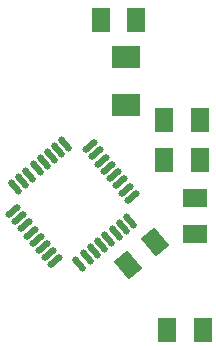
<source format=gtp>
G04 Layer_Color=8421504*
%FSLAX24Y24*%
%MOIN*%
G70*
G01*
G75*
G04:AMPARAMS|DCode=10|XSize=59.1mil|YSize=78.7mil|CornerRadius=0mil|HoleSize=0mil|Usage=FLASHONLY|Rotation=40.000|XOffset=0mil|YOffset=0mil|HoleType=Round|Shape=Rectangle|*
%AMROTATEDRECTD10*
4,1,4,0.0027,-0.0491,-0.0479,0.0112,-0.0027,0.0491,0.0479,-0.0112,0.0027,-0.0491,0.0*
%
%ADD10ROTATEDRECTD10*%

%ADD11R,0.0787X0.0591*%
%ADD12R,0.0591X0.0787*%
%ADD13R,0.0945X0.0748*%
G04:AMPARAMS|DCode=14|XSize=21.7mil|YSize=59.1mil|CornerRadius=0mil|HoleSize=0mil|Usage=FLASHONLY|Rotation=40.000|XOffset=0mil|YOffset=0mil|HoleType=Round|Shape=Round|*
%AMOVALD14*
21,1,0.0374,0.0217,0.0000,0.0000,130.0*
1,1,0.0217,0.0120,-0.0143*
1,1,0.0217,-0.0120,0.0143*
%
%ADD14OVALD14*%

G04:AMPARAMS|DCode=15|XSize=21.7mil|YSize=59.1mil|CornerRadius=0mil|HoleSize=0mil|Usage=FLASHONLY|Rotation=310.000|XOffset=0mil|YOffset=0mil|HoleType=Round|Shape=Round|*
%AMOVALD15*
21,1,0.0374,0.0217,0.0000,0.0000,40.0*
1,1,0.0217,-0.0143,-0.0120*
1,1,0.0217,0.0143,0.0120*
%
%ADD15OVALD15*%

D10*
X9287Y4080D02*
D03*
X8382Y3320D02*
D03*
D11*
X10634Y4359D02*
D03*
Y5541D02*
D03*
D12*
X9594Y8150D02*
D03*
X10775D02*
D03*
X9594Y6800D02*
D03*
X10775D02*
D03*
X8657Y11467D02*
D03*
X7476D02*
D03*
X9694Y1150D02*
D03*
X10875D02*
D03*
D13*
X8334Y8643D02*
D03*
Y10257D02*
D03*
D14*
X6303Y7340D02*
D03*
X6062Y7138D02*
D03*
X5821Y6935D02*
D03*
X5579Y6733D02*
D03*
X5338Y6531D02*
D03*
X5097Y6328D02*
D03*
X4856Y6126D02*
D03*
X4614Y5923D02*
D03*
X6765Y3360D02*
D03*
X7007Y3562D02*
D03*
X7248Y3765D02*
D03*
X7480Y3990D02*
D03*
X7730Y4169D02*
D03*
X7972Y4372D02*
D03*
X8213Y4574D02*
D03*
X8454Y4777D02*
D03*
D15*
X4544Y5119D02*
D03*
X4746Y4878D02*
D03*
X4949Y4636D02*
D03*
X5151Y4395D02*
D03*
X5354Y4154D02*
D03*
X5556Y3913D02*
D03*
X5759Y3671D02*
D03*
X5961Y3430D02*
D03*
X8525Y5581D02*
D03*
X8322Y5822D02*
D03*
X8120Y6064D02*
D03*
X7917Y6305D02*
D03*
X7715Y6546D02*
D03*
X7512Y6787D02*
D03*
X7310Y7029D02*
D03*
X7107Y7270D02*
D03*
M02*

</source>
